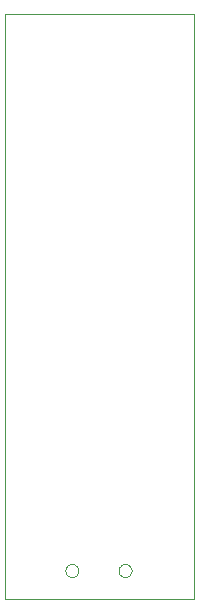
<source format=gko>
G75*
%MOIN*%
%OFA0B0*%
%FSLAX24Y24*%
%IPPOS*%
%LPD*%
%AMOC8*
5,1,8,0,0,1.08239X$1,22.5*
%
%ADD10C,0.0000*%
D10*
X000980Y006148D02*
X000980Y025648D01*
X007280Y025648D01*
X007280Y006148D01*
X000980Y006148D01*
X003002Y007109D02*
X003004Y007138D01*
X003010Y007166D01*
X003019Y007194D01*
X003032Y007220D01*
X003049Y007243D01*
X003068Y007265D01*
X003090Y007284D01*
X003115Y007299D01*
X003141Y007312D01*
X003169Y007320D01*
X003197Y007325D01*
X003226Y007326D01*
X003255Y007323D01*
X003283Y007316D01*
X003310Y007306D01*
X003336Y007292D01*
X003359Y007275D01*
X003380Y007255D01*
X003398Y007232D01*
X003413Y007207D01*
X003424Y007180D01*
X003432Y007152D01*
X003436Y007123D01*
X003436Y007095D01*
X003432Y007066D01*
X003424Y007038D01*
X003413Y007011D01*
X003398Y006986D01*
X003380Y006963D01*
X003359Y006943D01*
X003336Y006926D01*
X003310Y006912D01*
X003283Y006902D01*
X003255Y006895D01*
X003226Y006892D01*
X003197Y006893D01*
X003169Y006898D01*
X003141Y006906D01*
X003115Y006919D01*
X003090Y006934D01*
X003068Y006953D01*
X003049Y006975D01*
X003032Y006998D01*
X003019Y007024D01*
X003010Y007052D01*
X003004Y007080D01*
X003002Y007109D01*
X004774Y007109D02*
X004776Y007138D01*
X004782Y007166D01*
X004791Y007194D01*
X004804Y007220D01*
X004821Y007243D01*
X004840Y007265D01*
X004862Y007284D01*
X004887Y007299D01*
X004913Y007312D01*
X004941Y007320D01*
X004969Y007325D01*
X004998Y007326D01*
X005027Y007323D01*
X005055Y007316D01*
X005082Y007306D01*
X005108Y007292D01*
X005131Y007275D01*
X005152Y007255D01*
X005170Y007232D01*
X005185Y007207D01*
X005196Y007180D01*
X005204Y007152D01*
X005208Y007123D01*
X005208Y007095D01*
X005204Y007066D01*
X005196Y007038D01*
X005185Y007011D01*
X005170Y006986D01*
X005152Y006963D01*
X005131Y006943D01*
X005108Y006926D01*
X005082Y006912D01*
X005055Y006902D01*
X005027Y006895D01*
X004998Y006892D01*
X004969Y006893D01*
X004941Y006898D01*
X004913Y006906D01*
X004887Y006919D01*
X004862Y006934D01*
X004840Y006953D01*
X004821Y006975D01*
X004804Y006998D01*
X004791Y007024D01*
X004782Y007052D01*
X004776Y007080D01*
X004774Y007109D01*
M02*

</source>
